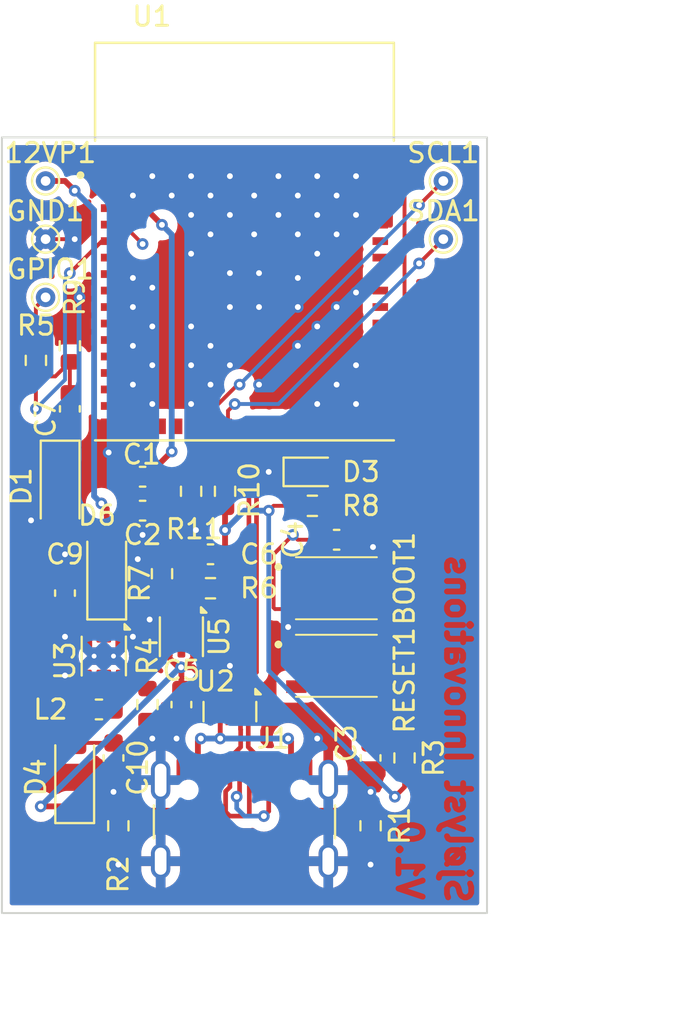
<source format=kicad_pcb>
(kicad_pcb (version 20240108) (generator "pcbnew") (generator_version "8.0")
  (layers (0 "F.Cu" signal) (1 "In1.Cu" signal) (2 "In2.Cu" signal) (31 "B.Cu" signal) (34 "B.Paste" user) (35 "F.Paste" user) (36 "B.SilkS" user "B.Silkscreen") (37 "F.SilkS" user "F.Silkscreen") (38 "B.Mask" user) (39 "F.Mask" user) (44 "Edge.Cuts" user))
  (net 0 "")
  (net 1 "GND")
  (net 2 "/ESP32_EN")
  (net 3 "/GPIO0")
  (net 4 "/USB_P")
  (net 5 "/3V3")
  (net 6 "/12V_P")
  (net 7 "Net-(D3-A)")
  (net 8 "/GPIO1")
  (net 9 "/I2C_SDA")
  (net 10 "/I2C_SCL")
  (net 11 "Net-(U5-FB)")
  (net 14 "/USB_N")
  (net 16 "Net-(J1-CC2)")
  (net 17 "Net-(J1-CC1)")
  (net 53 "/5V_USB")
  (net 54 "Net-(D6-K)")
  (net 55 "Net-(D4-A)")
  (net 56 "Net-(U3-SW)")
  (net 57 "Net-(U3-PG)")
  (net 58 "Net-(D1-K)")
  (net 59 "Net-(GPIO1-Pad1)")
  (footprint "Resistor_SMD:R_0603_1608Metric" (layer "F.Cu") (at 148.25 104.5 -90)
    (property "Reference" "R7")
    (property "Value" "200K" (hide yes))
  )
  (footprint "Capacitor_SMD:C_0603_1608Metric" (layer "F.Cu") (at 149.25 111.25 -90)
    (property "Reference" "C5")
    (property "Value" "10uF" (hide yes))
  )
  (footprint "TestPoint:TestPoint_THTPad_D1.0mm_Drill0.5mm" (layer "F.Cu") (at 142.25 87.25)
    (property "Reference" "GND1")
    (property "Value" "~" (hide yes))
  )
  (footprint "Resistor_SMD:R_0603_1608Metric" (layer "F.Cu") (at 147.5 111.25 -90)
    (property "Reference" "R4")
    (property "Value" "100k" (hide yes))
  )
  (footprint "Diode_SMD:D_SOD-123" (layer "F.Cu") (at 143.75 115 90)
    (property "Reference" "D4")
    (property "Value" "D_Small" (hide yes))
  )
  (footprint "TestPoint:TestPoint_THTPad_D1.0mm_Drill0.5mm" (layer "F.Cu") (at 162.75 87.25)
    (property "Reference" "SDA1")
    (property "Value" "~" (hide yes))
  )
  (footprint "Capacitor_SMD:C_0603_1608Metric" (layer "F.Cu") (at 147.25 101.25 180)
    (property "Reference" "C2")
    (property "Value" "10uF" (hide yes))
  )
  (footprint "Capacitor_SMD:C_0603_1608Metric" (layer "F.Cu") (at 150.75 103.5 180)
    (property "Reference" "C6")
    (property "Value" "10uF" (hide yes))
  )
  (footprint "ESP32_S3_MINI_1_N8:XCVR_ESP32-S3-MINI-1-N8" (layer "F.Cu") (at 152.5 89.9)
    (property "Reference" "U1")
    (property "Value" "ESP32-S3-MINI-1-N8" (hide yes))
  )
  (footprint "PTS810SJK250SMTRLFS:PTS810SJG250SMTRLFS" (layer "F.Cu") (at 157.25 109.25)
    (property "Reference" "RESET1")
    (property "Value" "PTS810SJK250SMTRLFS" (hide yes))
  )
  (footprint "Resistor_SMD:R_0603_1608Metric" (layer "F.Cu") (at 150.75 105.25)
    (property "Reference" "R6")
    (property "Value" "1M" (hide yes))
  )
  (footprint "Resistor_SMD:R_0603_1608Metric" (layer "F.Cu") (at 159 117.5 -90)
    (property "Reference" "R1")
    (property "Value" "5.1k" (hide yes))
  )
  (footprint "Resistor_SMD:R_0603_1608Metric" (layer "F.Cu") (at 149.75 100.25 -90)
    (property "Reference" "R11")
    (property "Value" "10k" (hide yes))
  )
  (footprint "Package_DFN_QFN:Diodes_UDFN-10_1.0x2.5mm_P0.5mm" (layer "F.Cu") (at 151.75 111.6125 -90)
    (property "Reference" "U2")
    (property "Value" "D3V3XA4B10LP" (hide yes))
  )
  (footprint "Resistor_SMD:R_0603_1608Metric" (layer "F.Cu") (at 146 117.5 -90)
    (property "Reference" "R2")
    (property "Value" "5.1k" (hide yes))
  )
  (footprint "Capacitor_SMD:C_0603_1608Metric" (layer "F.Cu") (at 143.5 96 -90)
    (property "Reference" "C7")
    (property "Value" "0.1uF" (hide yes))
  )
  (footprint "Diode_SMD:D_SOD-123" (layer "F.Cu") (at 143 100 -90)
    (property "Reference" "D1")
    (property "Value" "D_Zener_Small" (hide yes))
  )
  (footprint "Capacitor_SMD:C_0603_1608Metric" (layer "F.Cu") (at 159 114 -90)
    (property "Reference" "C3")
    (property "Value" "0.1uF" (hide yes))
  )
  (footprint "Resistor_SMD:R_0603_1608Metric" (layer "F.Cu") (at 156 101)
    (property "Reference" "R8")
    (property "Value" "5.1k" (hide yes))
  )
  (footprint "Resistor_SMD:R_0603_1608Metric" (layer "F.Cu") (at 160.75 114 -90)
    (property "Reference" "R3")
    (property "Value" "5.1k" (hide yes))
  )
  (footprint "Diode_SMD:D_SOD-123" (layer "F.Cu") (at 145.4 104.5 90)
    (property "Reference" "D6")
    (property "Value" "D_Small" (hide yes))
  )
  (footprint "Resistor_SMD:R_0603_1608Metric" (layer "F.Cu") (at 141.75 93.5 -90)
    (property "Reference" "R5")
    (property "Value" "33k" (hide yes))
  )
  (footprint "TestPoint:TestPoint_THTPad_D1.0mm_Drill0.5mm" (layer "F.Cu") (at 162.75 84.25)
    (property "Reference" "SCL1")
    (property "Value" "~" (hide yes))
  )
  (footprint "Resistor_SMD:R_0603_1608Metric" (layer "F.Cu") (at 151.5 100.25 -90)
    (property "Reference" "R10")
    (property "Value" "10k" (hide yes))
  )
  (footprint "LED_SMD:LED_0603_1608Metric" (layer "F.Cu") (at 156 99.25)
    (property "Reference" "D3")
    (property "Value" "LED" (hide yes))
  )
  (footprint "Capacitor_SMD:C_0603_1608Metric" (layer "F.Cu") (at 145.75 114 -90)
    (property "Reference" "C10")
    (property "Value" "22uF" (hide yes))
  )
  (footprint "Resistor_SMD:R_0603_1608Metric" (layer "F.Cu") (at 143.5 92.75 -90)
    (property "Reference" "R9")
    (property "Value" "10k" (hide yes))
  )
  (footprint "Capacitor_SMD:C_0603_1608Metric" (layer "F.Cu") (at 157.25 102.75)
    (property "Reference" "C4")
    (property "Value" "0.1uF" (hide yes))
  )
  (footprint "PTS810SJK250SMTRLFS:PTS810SJG250SMTRLFS" (layer "F.Cu") (at 157.25 105.25)
    (property "Reference" "BOOT1")
    (property "Value" "PTS810SJK250SMTRLFS" (hide yes))
  )
  (footprint "TestPoint:TestPoint_THTPad_D1.0mm_Drill0.5mm" (layer "F.Cu") (at 142.25 90.25)
    (property "Reference" "GPIO1")
    (property "Value" "~" (hide yes))
  )
  (footprint "TestPoint:TestPoint_THTPad_D1.0mm_Drill0.5mm" (layer "F.Cu") (at 142.25 84.25)
    (property "Reference" "12VP1")
    (property "Value" "~" (hide yes))
  )
  (footprint "Package_SON:WSON-8-1EP_2x2mm_P0.5mm_EP0.9x1.6mm_ThermalVias" (layer "F.Cu") (at 145.25 108.75 -90)
    (property "Reference" "U3")
    (property "Value" "TPS62163DSGT" (hide yes))
  )
  (footprint "Capacitor_SMD:C_0603_1608Metric" (layer "F.Cu") (at 147.25 99.5 180)
    (property "Reference" "C1")
    (property "Value" "0.1uF" (hide yes))
  )
  (footprint "Connector_USB:USB_C_Receptacle_GCT_USB4105-xx-A_16P_TopMnt_Horizontal" (layer "F.Cu") (at 152.5 118.25)
    (property "Reference" "J1")
    (property "Value" "USB_C_Receptacle_USB2.0_16P" (hide yes))
  )
  (footprint "Capacitor_SMD:C_0603_1608Metric" (layer "F.Cu") (at 143.25 105.5 90)
    (property "Reference" "C9")
    (property "Value" "10uF" (hide yes))
  )
  (footprint "Inductor_SMD:L_0603_1608Metric" (layer "F.Cu") (at 145 111.5 180)
    (property "Reference" "L2")
    (property "Value" "2.2uH" (hide yes))
  )
  (footprint "Package_SON:WSON-6-1EP_2x2mm_P0.65mm_EP1x1.6mm" (layer "F.Cu") (at 149.25 107.75 -90)
    (property "Reference" "U5")
    (property "Value" "TLV75801PDRVR" (hide yes))
  )
  (gr_rect (start 140 82) (end 165 122) (stroke (width 0.1)) (fill none) (layer "Edge.Cuts"))
  (gr_text "Sjølyst Innovations" (at 163.5 112.5 270) (layer "B.Cu" knockout) (effects (font (size 1.25 1.25) (thickness 0.3) (bold yes)) (justify mirror)))
  (gr_text "V1.0" (at 161 119.25 270) (layer "B.Cu" knockout) (effects (font (size 1.25 1.25) (thickness 0.3) (bold yes)) (justify mirror)))
  (segment (start 143.5 90.75) (end 143.5 91.925) (width 0.2) (layer "F.Cu") (net 1))
  (segment (start 153.75 99.25) (end 155.2125 99.25) (width 0.2) (layer "F.Cu") (net 1))
  (segment (start 143.25 103.5) (end 143.25 104.725) (width 0.3) (layer "F.Cu") (net 1))
  (segment (start 155.7 113.55) (end 155.7 114.57) (width 0.2) (layer "F.Cu") (net 1))
  (segment (start 159.325 108.175) (end 155.175 108.175) (width 0.2) (layer "F.Cu") (net 1))
  (segment (start 159.325 103.325) (end 159.325 104.175) (width 0.2) (layer "F.Cu") (net 1))
  (segment (start 154.75 107.75) (end 154.75 107.25) (width 0.2) (layer "F.Cu") (net 1))
  (segment (start 146.475 101.725) (end 146.475 101.25) (width 0.2) (layer "F.Cu") (net 1))
  (segment (start 145.75 108.75) (end 146 108.5) (width 0.3) (layer "F.Cu") (net 1))
  (segment (start 148.175 103.75) (end 148.25 103.675) (width 0.2) (layer "F.Cu") (net 1))
  (segment (start 149.3 113.3) (end 149 113) (width 0.2) (layer "F.Cu") (net 1))
  (segment (start 155.175 108.175) (end 154.75 107.75) (width 0.2) (layer "F.Cu") (net 1))
  (segment (start 143.3 107.8) (end 144.5 107.8) (width 0.3) (layer "F.Cu") (net 1))
  (segment (start 158.75 102.75) (end 158.025 102.75) (width 0.2) (layer "F.Cu") (net 1))
  (segment (start 146.75 107.75) (end 146.7 107.8) (width 0.3) (layer "F.Cu") (net 1))
  (segment (start 142.9 101.75) (end 143 101.65) (width 0.2) (layer "F.Cu") (net 1))
  (segment (start 147 103.75) (end 148.175 103.75) (width 0.2) (layer "F.Cu") (net 1))
  (segment (start 143.25 107.75) (end 143.3 107.8) (width 0.3) (layer "F.Cu") (net 1))
  (segment (start 159 114.775) (end 159 115.75) (width 0.2) (layer "F.Cu") (net 1))
  (segment (start 144.5 108.5) (end 144.5 107.8) (width 0.3) (layer "F.Cu") (net 1))
  (segment (start 149.25 107.75) (end 148.6 107.1) (width 0.3) (layer "F.Cu") (net 1))
  (segment (start 146 119.5) (end 146 118.325) (width 0.2) (layer "F.Cu") (net 1))
  (segment (start 151.75 111.2625) (end 151.75 109.25) (width 0.2) (layer "F.Cu") (net 1))
  (segment (start 148.6 107.1) (end 148.6 106.8625) (width 0.3) (layer "F.Cu") (net 1))
  (segment (start 141.5 101.75) (end 142.9 101.75) (width 0.2) (layer "F.Cu") (net 1))
  (segment (start 155.175 104.175) (end 159.325 104.175) (width 0.2) (layer "F.Cu") (net 1))
  (segment (start 144.75 108.75) (end 145.75 108.75) (width 0.3) (layer "F.Cu") (net 1))
  (segment (start 151.75 112.025) (end 151.75 111.2625) (width 0.2) (layer "F.Cu") (net 1))
  (segment (start 146.7 107.8) (end 146 107.8) (width 0.3) (layer "F.Cu") (net 1))
  (segment (start 145.5 98.25) (end 146.475 99.225) (width 0.2) (layer "F.Cu") (net 1))
  (segment (start 159.125 103.125) (end 158.75 102.75) (width 0.2) (layer "F.Cu") (net 1))
  (segment (start 156.25 113) (end 155.7 113.55) (width 0.2) (layer "F.Cu") (net 1))
  (segment (start 148.275 113) (end 149.25 112.025) (width 0.3) (layer "F.Cu") (net 1))
  (segment (start 146.475 99.225) (end 146.475 99.5) (width 0.2) (layer "F.Cu") (net 1))
  (segment (start 143.25 109.75) (end 144.45 109.75) (width 0.3) (layer "F.Cu") (net 1))
  (segment (start 147.75 113) (end 148.275 113) (width 0.3) (layer "F.Cu") (net 1))
  (segment (start 143.75 87.25) (end 142.25 87.25) (width 0.2) (layer "F.Cu") (net 1))
  (segment (start 159.125 103.125) (end 159.325 103.325) (width 0.2) (layer "F.Cu") (net 1))
  (segment (start 144 90.25) (end 143.5 90.75) (width 0.2) (layer "F.Cu") (net 1))
  (segment (start 144.45 109.75) (end 144.5 109.7) (width 0.3) (layer "F.Cu") (net 1))
  (segment (start 159 119.5) (end 159 118.325) (width 0.2) (layer "F.Cu") (net 1))
  (segment (start 150 102.25) (end 150 103.475) (width 0.2) (layer "F.Cu") (net 1))
  (segment (start 147.25 102.5) (end 146.475 101.725) (width 0.2) (layer "F.Cu") (net 1))
  (segment (start 150 103.475) (end 149.975 103.5) (width 0.2) (layer "F.Cu") (net 1))
  (segment (start 144.75 108.75) (end 144.5 108.5) (width 0.3) (layer "F.Cu") (net 1))
  (segment (start 146 108.5) (end 146 107.8) (width 0.3) (layer "F.Cu") (net 1))
  (segment (start 147.6125 106.8625) (end 148.6 106.8625) (width 0.3) (layer "F.Cu") (net 1))
  (segment (start 145.75 115.75) (end 145.75 114.775) (width 0.2) (layer "F.Cu") (net 1))
  (segment (start 149.3 114.57) (end 149.3 113.3) (width 0.2) (layer "F.Cu") (net 1))
  (via (at 146.75 94.75) (size 0.6) (drill 0.3) (layers "F.Cu" "B.Cu") (net 1))
  (via (at 154.75 107.25) (size 0.6) (drill 0.3) (layers "F.Cu" "B.Cu") (net 1))
  (via (at 156.25 84) (size 0.6) (drill 0.3) (layers "F.Cu" "B.Cu") (net 1))
  (via (at 153.25 94.75) (size 0.6) (drill 0.3) (layers "F.Cu" "B.Cu") (net 1))
  (via (at 143.25 107.75) (size 0.6) (drill 0.3) (layers "F.Cu" "B.Cu") (net 1))
  (via (at 157.25 94.75) (size 0.6) (drill 0.3) (layers "F.Cu" "B.Cu") (net 1))
  (via (at 150.75 87) (size 0.6) (drill 0.3) (layers "F.Cu" "B.Cu") (net 1))
  (via (at 153.25 90.75) (size 0.6) (drill 0.3) (layers "F.Cu" "B.Cu") (net 1))
  (via (at 155.25 90.75) (size 0.6) (drill 0.3) (layers "F.Cu" "B.Cu") (net 1))
  (via (at 149.75 86) (size 0.6) (drill 0.3) (layers "F.Cu" "B.Cu") (net 1))
  (via (at 157.25 85) (size 0.6) (drill 0.3) (layers "F.Cu" "B.Cu") (net 1))
  (via (at 158.25 84) (size 0.6) (drill 0.3) (layers "F.Cu" "B.Cu") (net 1))
  (via (at 153 87) (size 0.6) (drill 0.3) (layers "F.Cu" "B.Cu") (net 1))
  (via (at 158.25 86) (size 0.6) (drill 0.3) (layers "F.Cu" "B.Cu") (net 1))
  (via (at 153.75 99.25) (size 0.6) (drill 0.3) (layers "F.Cu" "B.Cu") (net 1))
  (via (at 149.75 84) (size 0.6) (drill 0.3) (layers "F.Cu" "B.Cu") (net 1))
  (via (at 156.25 88) (size 0.6) (drill 0.3) (layers "F.Cu" "B.Cu") (net 1))
  (via (at 149 113) (size 0.6) (drill 0.3) (layers "F.Cu" "B.Cu") (net 1))
  (via (at 150 102.25) (size 0.6) (drill 0.3) (layers "F.Cu" "B.Cu") (net 1))
  (via (at 155.25 87) (size 0.6) (drill 0.3) (layers "F.Cu" "B.Cu") (net 1))
  (via (at 155.25 89.25) (size 0.6) (drill 0.3) (layers "F.Cu" "B.Cu") (net 1))
  (via (at 153 85) (size 0.6) (drill 0.3) (layers "F.Cu" "B.Cu") (net 1))
  (via (at 158.25 90) (size 0.6) (drill 0.3) (layers "F.Cu" "B.Cu") (net 1))
  (via (at 158.25 93.75) (size 0.6) (drill 0.3) (layers "F.Cu" "B.Cu") (net 1))
  (via (at 156.25 113) (size 0.6) (drill 0.3) (layers "F.Cu" "B.Cu") (net 1))
  (via (at 145.5 98.25) (size 0.6) (drill 0.3) (layers "F.Cu" "B.Cu") (net 1))
  (via (at 156.25 95.75) (size 0.6) (drill 0.3) (layers "F.Cu" "B.Cu") (net 1))
  (via (at 148.75 85) (size 0.6) (drill 0.3) (layers "F.Cu" "B.Cu") (net 1))
  (via (at 146.75 107.75) (size 0.6) (drill 0.3) (layers "F.Cu" "B.Cu") (net 1))
  (via (at 149.75 95.75) (size 0.6) (drill 0.3) (layers "F.Cu" "B.Cu") (net 1))
  (via (at 147.75 113) (size 0.6) (drill 0.3) (layers "F.Cu" "B.Cu") (net 1))
  (via (at 150.75 94.75) (size 0.6) (drill 0.3) (layers "F.Cu" "B.Cu") (net 1))
  (via (at 146.75 92.75) (size 0.6) (drill 0.3) (layers "F.Cu" "B.Cu") (net 1))
  (via (at 155.25 92.75) (size 0.6) (drill 0.3) (layers "F.Cu" "B.Cu") (net 1))
  (via (at 147.75 95.75) (size 0.6) (drill 0.3) (layers "F.Cu" "B.Cu") (net 1))
  (via (at 151.75 86) (size 0.6) (drill 0.3) (layers "F.Cu" "B.Cu") (net 1))
  (via (at 155.25 85) (size 0.6) (drill 0.3) (layers "F.Cu" "B.Cu") (net 1))
  (via (at 143.25 103.5) (size 0.6) (drill 0.3) (layers "F.Cu" "B.Cu") (net 1))
  (via (at 151.75 93.75) (size 0.6) (drill 0.3) (layers "F.Cu" "B.Cu") (net 1))
  (via (at 146.75 85) (size 0.6) (drill 0.3) (layers "F.Cu" "B.Cu") (net 1))
  (via (at 147.25 102.5) (size 0.6) (drill 0.3) (layers "F.Cu" "B.Cu") (net 1))
  (via (at 159 115.75) (size 0.6) (drill 0.3) (layers "F.Cu" "B.Cu") (net 1))
  (via (at 157.25 87) (size 0.6) (drill 0.3) (layers "F.Cu" "B.Cu") (net 1))
  (via (at 151.75 109.25) (size 0.6) (drill 0.3) (layers "F.Cu" "B.Cu") (net 1))
  (via (at 147.75 91.75) (size 0.6) (drill 0.3) (layers "F.Cu" "B.Cu") (net 1))
  (via (at 141.5 101.75) (size 0.6) (drill 0.3) (layers "F.Cu" "B.Cu") (net 1))
  (via (at 147 103.75) (size 0.6) (drill 0.3) (layers "F.Cu" "B.Cu") (net 1))
  (via (at 151.75 89) (size 0.6) (drill 0.3) (layers "F.Cu" "B.Cu") (net 1))
  (via (at 157.25 90.75) (size 0.6) (drill 0.3) (layers "F.Cu" "B.Cu") (net 1))
  (via (at 147.75 84) (size 0.6) (drill 0.3) (layers "F.Cu" "B.Cu") (net 1))
  (via (at 159 119.5) (size 0.6) (drill 0.3) (layers "F.Cu" "B.Cu") (net 1))
  (via (at 150.75 92.75) (size 0.6) (drill 0.3) (layers "F.Cu" "B.Cu") (net 1))
  (via (at 154.25 84) (size 0.6) (drill 0.3) (layers "F.Cu" "B.Cu") (net 1))
  (via (at 151.75 84) (size 0.6) (drill 0.3) (layers "F.Cu" "B.Cu") (net 1))
  (via (at 143.75 87.25) (size 0.6) (drill 0.3) (layers "F.Cu" "B.Cu") (net 1))
  (via (at 159.125 103.125) (size 0.6) (drill 0.3) (layers "F.Cu" "B.Cu") (net 1))
  (via (at 145.75 115.75) (size 0.6) (drill 0.3) (layers "F.Cu" "B.Cu") (net 1))
  (via (at 147.75 89.75) (size 0.6) (drill 0.3) (layers "F.Cu" "B.Cu") (net 1))
  (via (at 158.25 95.75) (size 0.6) (drill 0.3) (layers "F.Cu" "B.Cu") (net 1))
  (via (at 147.6125 106.8625) (size 0.6) (drill 0.3) (layers "F.Cu" "B.Cu") (net 1))
  (via (at 146 119.5) (size 0.6) (drill 0.3) (layers "F.Cu" "B.Cu") (net 1))
  (via (at 151.75 90.75) (size 0.6) (drill 0.3) (layers "F.Cu" "B.Cu") (net 1))
  (via (at 153.25 89) (size 0.6) (drill 0.3) (layers "F.Cu" "B.Cu") (net 1))
  (via (at 150.75 85) (size 0.6) (drill 0.3) (layers "F.Cu" "B.Cu") (net 1))
  (via (at 147.75 93.75) (size 0.6) (drill 0.3) (layers "F.Cu" "B.Cu") (net 1))
  (via (at 149.75 93.75) (size 0.6) (drill 0.3) (layers "F.Cu" "B.Cu") (net 1))
  (via (at 146.75 89.25) (size 0.6) (drill 0.3) (layers "F.Cu" "B.Cu") (net 1))
  (via (at 149.75 88) (size 0.6) (drill 0.3) (layers "F.Cu" "B.Cu") (net 1))
  (via (at 144 90.25) (size 0.6) (drill 0.3) (layers "F.Cu" "B.Cu") (net 1))
  (via (at 149.75 91.75) (size 0.6) (drill 0.3) (layers "F.Cu" "B.Cu") (net 1))
  (via (at 154.25 86) (size 0.6) (drill 0.3) (layers "F.Cu" "B.Cu") (net 1))
  (via (at 156.25 86) (size 0.6) (drill 0.3) (layers "F.Cu" "B.Cu") (net 1))
  (via (at 146.75 90.75) (size 0.6) (drill 0.3) (layers "F.Cu" "B.Cu") (net 1))
  (via (at 156.25 91.75) (size 0.6) (drill 0.3) (layers "F.Cu" "B.Cu") (net 1))
  (via (at 143.25 109.75) (size 0.6) (drill 0.3) (layers "F.Cu" "B.Cu") (net 1))
  (segment (start 159 113.225) (end 160.7 113.225) (width 0.2) (layer "F.Cu") (net 2))
  (segment (start 160.7 113.225) (end 160.75 113.175) (width 0.2) (layer "F.Cu") (net 2))
  (segment (start 160.2 83.95) (end 159.5 83.95) (width 0.2) (layer "F.Cu") (net 2))
  (segment (start 160.75 84.5) (end 160.2 83.95) (width 0.2) (layer "F.Cu") (net 2))
  (segment (start 160.75 109.4) (end 160.75 84.5) (width 0.2) (layer "F.Cu") (net 2))
  (segment (start 155.175 110.325) (end 156.1 110.325) (width 0.2) (layer "F.Cu") (net 2))
  (segment (start 159.825 110.325) (end 160.75 109.4) (width 0.2) (layer "F.Cu") (net 2))
  (segment (start 155.175 110.325) (end 159.325 110.325) (width 0.2) (layer "F.Cu") (net 2))
  (segment (start 156.1 110.325) (end 159 113.225) (width 0.2) (layer "F.Cu") (net 2))
  (segment (start 159.325 110.325) (end 159.825 110.325) (width 0.2) (layer "F.Cu") (net 2))
  (segment (start 155.175 106.325) (end 159.325 106.325) (width 0.2) (layer "F.Cu") (net 3))
  (segment (start 155.175 106.325) (end 154.075 106.325) (width 0.2) (layer "F.Cu") (net 3))
  (segment (start 155 102.5) (end 155.25 102.75) (width 0.2) (layer "F.Cu") (net 3))
  (segment (start 154 103.5) (end 155 102.5) (width 0.2) (layer "F.Cu") (net 3))
  (segment (start 147.25 87.5) (end 146.25 86.5) (width 0.2) (layer "F.Cu") (net 3))
  (segment (start 146.25 86.5) (end 145.5 86.5) (width 0.2) (layer "F.Cu") (net 3))
  (segment (start 154 106.25) (end 154 103.5) (width 0.2) (layer "F.Cu") (net 3))
  (segment (start 155.25 102.75) (end 156.475 102.75) (width 0.2) (layer "F.Cu") (net 3))
  (segment (start 154.075 106.325) (end 154 106.25) (width 0.2) (layer "F.Cu") (net 3))
  (via (at 155 102.5) (size 0.6) (drill 0.3) (layers "F.Cu" "B.Cu") (net 3))
  (via (at 147.25 87.5) (size 0.6) (drill 0.3) (layers "F.Cu" "B.Cu") (net 3))
  (segment (start 152.695 110.556547) (end 152.75 110.611547) (width 0.2) (layer "F.Cu") (net 4))
  (segment (start 152.75 112) (end 152.75 111.225) (width 0.24) (layer "F.Cu") (net 4))
  (segment (start 152.695 110.001736) (end 152.695 110.556547) (width 0.24) (layer "F.Cu") (net 4))
  (segment (start 153.5 117) (end 153.75 116.75) (width 0.24) (layer "F.Cu") (net 4))
  (segment (start 152.695 113.114225) (end 152.695 113.440001) (width 0.24) (layer "F.Cu") (net 4))
  (segment (start 153.75 116.75) (end 153.75 115.67741) (width 0.24) (layer "F.Cu") (net 4))
  (segment (start 152.695 113.440001) (end 152.754999 113.5) (width 0.2) (layer "F.Cu") (net 4))
  (segment (start 153.25 114.57) (end 153.25 113.995001) (width 0.24) (layer "F.Cu") (net 4))
  (segment (start 152.695 113.114225) (end 152.695 112.055) (width 0.24) (layer "F.Cu") (net 4))
  (segment (start 153.35 97.350001) (end 153.12 97.580001) (width 0.24) (layer "F.Cu") (net 4))
  (segment (start 153.721718 115.67741) (end 153.75 115.67741) (width 0.24) (layer "F.Cu") (net 4))
  (segment (start 153.35 96.9) (end 153.35 97.350001) (width 0.24) (layer "F.Cu") (net 4))
  (segment (start 152.25 115.85) (end 152.25 114.57) (width 0.24) (layer "F.Cu") (net 4))
  (segment (start 153.25 115.205692) (end 153.721718 115.67741) (width 0.24) (layer "F.Cu") (net 4))
  (segment (start 152.75 110.611547) (end 152.75 111.225) (width 0.24) (layer "F.Cu") (net 4))
  (segment (start 152.695 112.055) (end 152.75 112) (width 0.24) (layer "F.Cu") (net 4))
  (segment (start 153.25 113.995001) (end 152.754999 113.5) (width 0.24) (layer "F.Cu") (net 4))
  (segment (start 152.1 116) (end 152.25 115.85) (width 0.24) (layer "F.Cu") (net 4))
  (segment (start 153.12 97.580001) (end 153.12 109.576736) (width 0.24) (layer "F.Cu") (net 4))
  (segment (start 153.25 114.57) (end 153.25 115.205692) (width 0.24) (layer "F.Cu") (net 4))
  (segment (start 153.12 109.576736) (end 152.695 110.001736) (width 0.24) (layer "F.Cu") (net 4))
  (via (at 152.1 116) (size 0.6) (drill 0.3) (layers "F.Cu" "B.Cu") (net 4))
  (via (at 153.5 117) (size 0.6) (drill 0.3) (layers "F.Cu" "B.Cu") (net 4))
  (segment (start 152.1 116.6) (end 152.5 117) (width 0.24) (layer "B.Cu") (net 4))
  (segment (start 152.1 116) (end 152.1 116.6) (width 0.24) (layer "B.Cu") (net 4))
  (segment (start 152.5 117) (end 153.5 117) (width 0.24) (layer "B.Cu") (net 4))
  (segment (start 148.025 101.25) (end 149.575 101.25) (width 0.3) (layer "F.Cu") (net 5))
  (segment (start 149.9 106.8625) (end 149.9625 106.8625) (width 0.2) (layer "F.Cu") (net 5))
  (segment (start 151.5 103.475) (end 151.525 103.5) (width 0.2) (layer "F.Cu") (net 5))
  (segment (start 151.5 101.075) (end 149.75 101.075) (width 0.3) (layer "F.Cu") (net 5))
  (segment (start 151.5 102.25) (end 151.5 101.075) (width 0.3) (layer "F.Cu") (net 5))
  (segment (start 151.525 105.2) (end 151.575 105.25) (width 0.3) (layer "F.Cu") (net 5))
  (segment (start 160.75 115.5) (end 160.75 114.825) (width 0.24) (layer "F.Cu") (net 5))
  (segment (start 149.9625 106.8625) (end 151.575 105.25) (width 0.3) (layer "F.Cu") (net 5))
  (segment (start 154 101) (end 155.175 101) (width 0.2) (layer "F.Cu") (net 5))
  (segment (start 148.025 99.5) (end 148.025 101.25) (width 0.3) (layer "F.Cu") (net 5))
  (segment (start 148.75 98.2) (end 148.025 98.925) (width 0.3) (layer "F.Cu") (net 5))
  (segment (start 148.247017 86.508949) (end 147.388068 85.65) (width 0.3) (layer "F.Cu") (net 5))
  (segment (start 149.575 101.25) (end 149.75 101.075) (width 0.3) (layer "F.Cu") (net 5))
  (segment (start 148.025 98.925) (end 148.025 99.5) (width 0.3) (layer "F.Cu") (net 5))
  (segment (start 147.388068 85.65) (end 145.5 85.65) (width 0.3) (layer "F.Cu") (net 5))
  (segment (start 153.75 101.25) (end 154 101) (width 0.2) (layer "F.Cu") (net 5))
  (segment (start 160.25 116) (end 160.75 115.5) (width 0.24) (layer "F.Cu") (net 5))
  (segment (start 151.525 103.5) (end 151.525 105.2) (width 0.3) (layer "F.Cu") (net 5))
  (segment (start 151.5 102.25) (end 151.5 103.475) (width 0.3) (layer "F.Cu") (net 5))
  (via (at 148.247017 86.508949) (size 0.6) (drill 0.3) (layers "F.Cu" "B.Cu") (net 5))
  (via (at 151.5 102.25) (size 0.6) (drill 0.3) (layers "F.Cu" "B.Cu") (net 5))
  (via (at 160.25 116) (size 0.6) (drill 0.3) (layers "F.Cu" "B.Cu") (net 5))
  (via (at 148.75 98.2) (size 0.6) (drill 0.3) (layers "F.Cu" "B.Cu") (net 5))
  (via (at 153.75 101.25) (size 0.6) (drill 0.3) (layers "F.Cu" "B.Cu") (net 5))
  (segment (start 151.5 102.25) (end 152.5 101.25) (width 0.3) (layer "B.Cu") (net 5))
  (segment (start 153.75 109.5) (end 153.75 101.25) (width 0.24) (layer "B.Cu") (net 5))
  (segment (start 148.75 98.2) (end 148.75 87.011932) (width 0.3) (layer "B.Cu") (net 5))
  (segment (start 160.25 116) (end 153.75 109.5) (width 0.24) (layer "B.Cu") (net 5))
  (segment (start 148.75 87.011932) (end 148.247017 86.508949) (width 0.3) (layer "B.Cu") (net 5))
  (segment (start 152.5 101.25) (end 153.75 101.25) (width 0.3) (layer "B.Cu") (net 5))
  (segment (start 145.4 101.15) (end 145.4 102.85) (width 0.3) (layer "F.Cu") (net 6))
  (segment (start 145.125 100.875) (end 145.4 101.15) (width 0.3) (layer "F.Cu") (net 6))
  (segment (start 143.25 84.25) (end 142.25 84.25) (width 0.3) (layer "F.Cu") (net 6))
  (segment (start 143.75 84.75) (end 143.25 84.25) (width 0.3) (layer "F.Cu") (net 6))
  (via (at 145.125 100.875) (size 0.6) (drill 0.3) (layers "F.Cu" "B.Cu") (net 6))
  (via (at 143.75 84.75) (size 0.6) (drill 0.3) (layers "F.Cu" "B.Cu") (net 6))
  (segment (start 144.75 85.75) (end 143.75 84.75) (width 0.3) (layer "B.Cu") (net 6))
  (segment (start 144.75 100.5) (end 144.75 85.75) (width 0.3) (layer "B.Cu") (net 6))
  (segment (start 145.125 100.875) (end 144.75 100.5) (width 0.3) (layer "B.Cu") (net 6))
  (segment (start 156.7875 99.25) (end 156.7875 100.9625) (width 0.2) (layer "F.Cu") (net 7))
  (segment (start 156.7875 100.9625) (end 156.825 101) (width 0.2) (layer "F.Cu") (net 7))
  (segment (start 143.5 89) (end 145.15 87.35) (width 0.2) (layer "F.Cu") (net 8))
  (segment (start 142.75 94.325) (end 143.5 93.575) (width 0.2) (layer "F.Cu") (net 8))
  (segment (start 141.75 94.325) (end 142.75 94.325) (width 0.2) (layer "F.Cu") (net 8))
  (segment (start 145.15 87.35) (end 145.5 87.35) (width 0.2) (layer "F.Cu") (net 8))
  (segment (start 143.5 95.225) (end 143.5 93.575) (width 0.2) (layer "F.Cu") (net 8))
  (segment (start 141.75 96) (end 141.75 94.325) (width 0.2) (layer "F.Cu") (net 8))
  (via (at 143.5 89) (size 0.6) (drill 0.3) (layers "F.Cu" "B.Cu") (net 8))
  (via (at 141.75 96) (size 0.6) (drill 0.3) (layers "F.Cu" "B.Cu") (net 8))
  (segment (start 143.5 89) (end 143.25 89.25) (width 0.2) (layer "B.Cu") (net 8))
  (segment (start 143.25 94.5) (end 141.75 96) (width 0.2) (layer "B.Cu") (net 8))
  (segment (start 143.25 89.25) (end 143.25 94.5) (width 0.2) (layer "B.Cu") (net 8))
  (segment (start 151.5 97.05) (end 151.65 96.9) (width 0.2) (layer "F.Cu") (net 9))
  (segment (start 152 95.75) (end 151.65 96.1) (width 0.2) (layer "F.Cu") (net 9))
  (segment (start 151.65 96.1) (end 151.65 96.9) (width 0.2) (layer "F.Cu") (net 9))
  (segment (start 161.5 88.5) (end 162.75 87.25) (width 0.2) (layer "F.Cu") (net 9))
  (segment (start 151.5 99.425) (end 151.5 97.05) (width 0.2) (layer "F.Cu") (net 9))
  (via (at 152 95.75) (size 0.6) (drill 0.3) (layers "F.Cu" "B.Cu") (net 9))
  (via (at 161.5 88.5) (size 0.6) (drill 0.3) (layers "F.Cu" "B.Cu") (net 9))
  (segment (start 161.5 88.5) (end 154.25 95.75) (width 0.2) (layer "B.Cu") (net 9))
  (segment (start 154.25 95.75) (end 152 95.75) (width 0.2) (layer "B.Cu") (net 9))
  (segment (start 161.5 85.5) (end 162.75 84.25) (width 0.2) (layer "F.Cu") (net 10))
  (segment (start 150.8 98.375) (end 150.8 96.9) (width 0.2) (layer "F.Cu") (net 10))
  (segment (start 152.151471 94.75) (end 150.8 96.101471) (width 0.2) (layer "F.Cu") (net 10))
  (segment (start 152.25 94.75) (end 152.151471 94.75) (width 0.2) (layer "F.Cu") (net 10))
  (segment (start 150.8 96.101471) (end 150.8 96.9) (width 0.2) (layer "F.Cu") (net 10))
  (segment (start 149.75 99.425) (end 150.8 98.375) (width 0.2) (layer "F.Cu") (net 10))
  (via (at 161.5 85.5) (size 0.6) (drill 0.3) (layers "F.Cu" "B.Cu") (net 10))
  (via (at 152.25 94.75) (size 0.6) (drill 0.3) (layers "F.Cu" "B.Cu") (net 10))
  (segment (start 152.25 94.75) (end 161.5 85.5) (width 0.2) (layer "B.Cu") (net 10))
  (segment (start 148.325 105.325) (end 149.25 106.25) (width 0.2) (layer "F.Cu") (net 11))
  (segment (start 149.925 105.575) (end 149.25 106.25) (width 0.2) (layer "F.Cu") (net 11))
  (segment (start 149.925 105.25) (end 149.925 105.575) (width 0.2) (layer "F.Cu") (net 11))
  (segment (start 148.25 105.325) (end 148.325 105.325) (width 0.2) (layer "F.Cu") (net 11))
  (segment (start 149.25 106.25) (end 149.25 106.8625) (width 0.2) (layer "F.Cu") (net 11))
  (segment (start 151.75 117) (end 152.75 117) (width 0.24) (layer "F.Cu") (net 14))
  (segment (start 152.25 112) (end 152.25 111.225) (width 0.24) (layer "F.Cu") (net 14))
  (segment (start 151.75 115.5) (end 151.53 115.72) (width 0.24) (layer "F.Cu") (net 14))
  (segment (start 151.75 114.57) (end 151.75 113.995001) (width 0.24) (layer "F.Cu") (net 14))
  (segment (start 151.75 113.995001) (end 152.245001 113.5) (width 0.24) (layer "F.Cu") (net 14))
  (segment (start 152.275 110.586547) (end 152.275 111.225) (width 0.24) (layer "F.Cu") (net 14))
  (segment (start 152.5 96.9) (end 152.5 97.350001) (width 0.24) (layer "F.Cu") (net 14))
  (segment (start 151.53 116.78) (end 151.75 117) (width 0.24) (layer "F.Cu") (net 14))
  (segment (start 152.305 113.114225) (end 152.305 113.440001) (width 0.24) (layer "F.Cu") (net 14))
  (segment (start 152.305 110.556547) (end 152.275 110.586547) (width 0.2) (layer "F.Cu") (net 14))
  (segment (start 152.305 113.114225) (end 152.305 112.536494) (width 0.24) (layer "F.Cu") (net 14))
  (segment (start 152.305 113.440001) (end 152.245001 113.5) (width 0.2) (layer "F.Cu") (net 14))
  (segment (start 152.73 109.415192) (end 152.305 109.840192) (width 0.24) (layer "F.Cu") (net 14))
  (segment (start 152.305 112.536494) (end 152.295 112.526494) (width 0.24) (layer "F.Cu") (net 14))
  (segment (start 152.295 112.526494) (end 152.295 112) (width 0.24) (layer "F.Cu") (net 14))
  (segment (start 152.305 109.840192) (end 152.305 110.556547) (width 0.24) (layer "F.Cu") (net 14))
  (segment (start 151.75 114.57) (end 151.75 115.5) (width 0.24) (layer "F.Cu") (net 14))
  (segment (start 152.75 117) (end 152.75 114.57) (width 0.24) (layer "F.Cu") (net 14))
  (segment (start 152.5 97.350001) (end 152.73 97.580001) (width 0.24) (layer "F.Cu") (net 14))
  (segment (start 152.73 97.580001) (end 152.73 109.415192) (width 0.24) (layer "F.Cu") (net 14))
  (segment (start 151.53 115.72) (end 151.53 116.78) (width 0.24) (layer "F.Cu") (net 14))
  (segment (start 154.25 115.388883) (end 154.25 114.57) (width 0.2) (layer "F.Cu") (net 16))
  (segment (start 159 116.675) (end 155.536117 116.675) (width 0.2) (layer "F.Cu") (net 16))
  (segment (start 155.536117 116.675) (end 154.25 115.388883) (width 0.2) (layer "F.Cu") (net 16))
  (segment (start 146 116.675) (end 149.85241 116.675) (width 0.2) (layer "F.Cu") (net 17))
  (segment (start 149.85241 116.675) (end 151.25 115.27741) (width 0.2) (layer "F.Cu") (net 17))
  (segment (start 151.25 115.27741) (end 151.25 114.57) (width 0.2) (layer "F.Cu") (net 17))
  (segment (start 149.399999 109.325) (end 149.231018 109.325) (width 0.3) (layer "F.Cu") (net 53))
  (segment (start 143.6 116.5) (end 143.75 116.65) (width 0.3) (layer "F.Cu") (net 53))
  (segment (start 149.25 109.343982) (end 149.231018 109.325) (width 0.2) (layer "F.Cu") (net 53))
  (segment (start 149.25 110.475) (end 149.25 109.343982) (width 0.3) (layer "F.Cu") (net 53))
  (segment (start 148.6 108.6375) (end 148.6 108.824999) (width 0.3) (layer "F.Cu") (net 53))
  (segment (start 150.1 113.15) (end 150.1 114.57) (width 0.3) (layer "F.Cu") (net 53))
  (segment (start 149.9 108.824999) (end 149.399999 109.325) (width 0.3) (layer "F.Cu") (net 53))
  (segment (start 151.25 112) (end 151.25 111.225) (width 0.25) (layer "F.Cu") (net 53))
  (segment (start 149.9 108.6375) (end 149.9 108.824999) (width 0.3) (layer "F.Cu") (net 53))
  (segment (start 154.9 113.15) (end 154.9 114.57) (width 0.3) (layer "F.Cu") (net 53))
  (segment (start 148.6 108.824999) (end 149.100001 109.325) (width 0.3) (layer "F.Cu") (net 53))
  (segment (start 151.25 112) (end 151.25 113) (width 0.25) (layer "F.Cu") (net 53))
  (segment (start 149.100001 109.325) (end 149.231018 109.325) (width 0.2) (layer "F.Cu") (net 53))
  (segment (start 151.25 111.225) (end 151.25 110.7375) (width 0.25) (layer "F.Cu") (net 53))
  (segment (start 149.8375 109.325) (end 149.231018 109.325) (width 0.3) (layer "F.Cu") (net 53))
  (segment (start 150.25 113) (end 150.1 113.15) (width 0.3) (layer "F.Cu") (net 53))
  (segment (start 151.25 110.7375) (end 149.8375 109.325) (width 0.3) (layer "F.Cu") (net 53))
  (segment (start 154.75 113) (end 154.9 113.15) (width 0.3) (layer "F.Cu") (net 53))
  (segment (start 142 116.5) (end 143.6 116.5) (width 0.3) (layer "F.Cu") (net 53))
  (via (at 149.231018 109.325) (size 0.6) (drill 0.3) (layers "F.Cu" "B.Cu") (net 53))
  (via (at 142 116.5) (size 0.6) (drill 0.3) (layers "F.Cu" "B.Cu") (net 53))
  (via (at 150.25 113) (size 0.6) (drill 0.3) (layers "F.Cu" "B.Cu") (net 53))
  (via (at 154.75 113) (size 0.6) (drill 0.3) (layers "F.Cu" "B.Cu") (net 53))
  (via (at 151.25 113) (size 0.6) (drill 0.3) (layers "F.Cu" "B.Cu") (net 53))
  (segment (start 142 116.5) (end 149.175 109.325) (width 0.3) (layer "B.Cu") (net 53))
  (segment (start 150.25 113) (end 151.25 113) (width 0.3) (layer "B.Cu") (net 53))
  (segment (start 149.175 109.325) (end 149.231018 109.325) (width 0.3) (layer "B.Cu") (net 53))
  (segment (start 154.75 113) (end 151.25 113) (width 0.3) (layer "B.Cu") (net 53))
  (segment (start 145.5 106.2875) (end 145.5 107.8) (width 0.3) (layer "F.Cu") (net 54))
  (segment (start 143.25 106.275) (end 145.4875 106.275) (width 0.3) (layer "F.Cu") (net 54))
  (segment (start 145.4875 106.275) (end 145.5 106.2875) (width 0.2) (layer "F.Cu") (net 54))
  (segment (start 145 107.8) (end 145.5 107.8) (width 0.3) (layer "F.Cu") (net 54))
  (segment (start 143.75 113.35) (end 143.75 111.9625) (width 0.3) (layer "F.Cu") (net 55))
  (segment (start 145.75 113.225) (end 143.875 113.225) (width 0.2) (layer "F.Cu") (net 55))
  (segment (start 145 109.7) (end 145 110.7125) (width 0.2) (layer "F.Cu") (net 55))
  (segment (start 147.5 112.075) (end 146.35 113.225) (width 0.2) (layer "F.Cu") (net 55))
  (segment (start 143.75 111.9625) (end 144.2125 111.5) (width 0.3) (layer "F.Cu") (net 55))
  (segment (start 143.875 113.225) (end 143.75 113.35) (width 0.2) (layer "F.Cu") (net 55))
  (segment (start 146.35 113.225) (end 145.75 113.225) (width 0.2) (layer "F.Cu") (net 55))
  (segment (start 145.7375 113.2125) (end 145.75 113.225) (width 0.2) (layer "F.Cu") (net 55))
  (segment (start 145 110.7125) (end 144.2125 111.5) (width 0.2) (layer "F.Cu") (net 55))
  (segment (start 145.5 109.7) (end 145.5 111.2125) (width 0.3) (layer "F.Cu") (net 56))
  (segment (start 145.5 111.2125) (end 145.7875 111.5) (width 0.3) (layer "F.Cu") (net 56))
  (segment (start 146 109.7) (end 146.725 110.425) (width 0.2) (layer "F.Cu") (net 57))
  (segment (start 146.725 110.425) (end 147.5 110.425) (width 0.2) (layer "F.Cu") (net 57))
  (segment (start 143 98.35) (end 143.5 97.85) (width 0.2) (layer "F.Cu") (net 58))
  (segment (start 143.5 97.85) (end 143.5 96.775) (width 0.2) (layer "F.Cu") (net 58))
  (segment (start 141.75 92.675) (end 141.75 90.75) (width 0.2) (layer "F.Cu") (net 59))
  (segment (start 141.75 90.75) (end 142.25 90.25) (width 0.2) (layer "F.Cu") (net 59))
  (zone (net 1) (net_name "GND") (layers "F.Cu" "In1.Cu" "In2.Cu" "B.Cu") (connect_pads thru_hole_only (clearance 0.5)) (min_thickness 0.25) (fill yes (thermal_gap 0.5) (thermal_bridge_width 0.5))
    (polygon (pts (xy 140.25 82.25) (xy 164.75 82.25) (xy 164.75 121.75) (xy 140.25 121.75)))
  )
)
</source>
